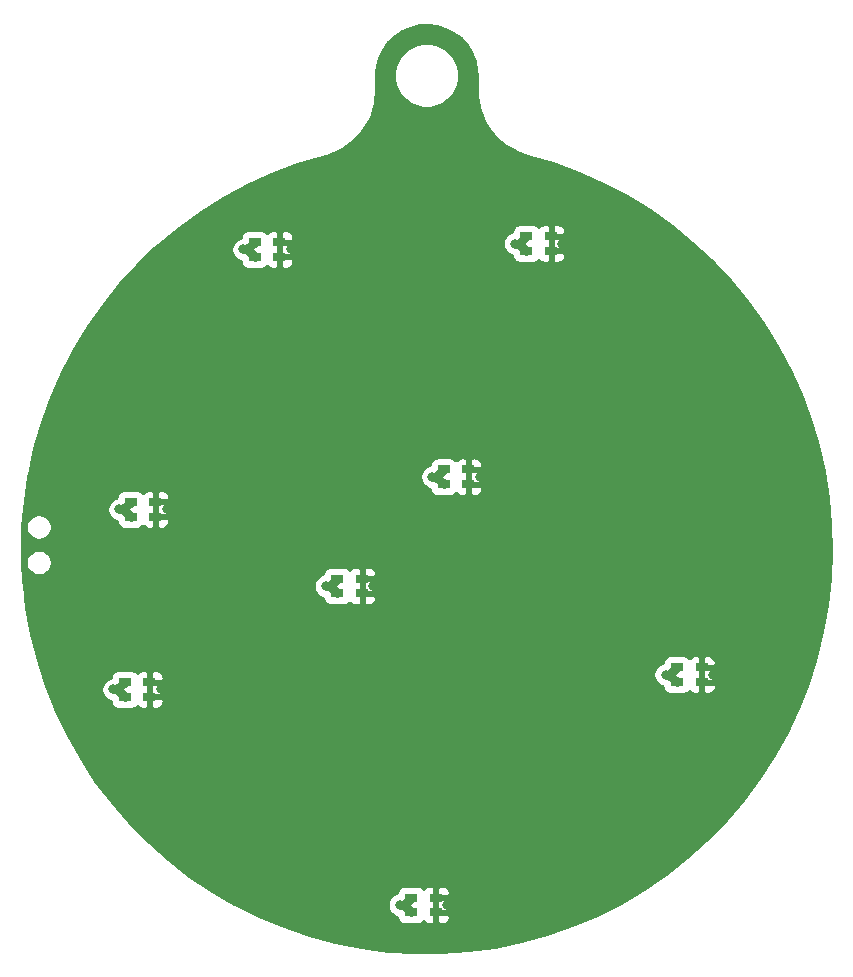
<source format=gbr>
%TF.GenerationSoftware,KiCad,Pcbnew,(5.1.10)-1*%
%TF.CreationDate,2021-10-20T07:50:51+02:00*%
%TF.ProjectId,TVZ_kuglica,54565a5f-6b75-4676-9c69-63612e6b6963,rev?*%
%TF.SameCoordinates,Original*%
%TF.FileFunction,Copper,L1,Top*%
%TF.FilePolarity,Positive*%
%FSLAX46Y46*%
G04 Gerber Fmt 4.6, Leading zero omitted, Abs format (unit mm)*
G04 Created by KiCad (PCBNEW (5.1.10)-1) date 2021-10-20 07:50:51*
%MOMM*%
%LPD*%
G01*
G04 APERTURE LIST*
%TA.AperFunction,SMDPad,CuDef*%
%ADD10R,1.100000X0.750000*%
%TD*%
%TA.AperFunction,ViaPad*%
%ADD11C,0.800000*%
%TD*%
%TA.AperFunction,Conductor*%
%ADD12C,0.762000*%
%TD*%
%TA.AperFunction,Conductor*%
%ADD13C,0.254000*%
%TD*%
%TA.AperFunction,Conductor*%
%ADD14C,0.100000*%
%TD*%
G04 APERTURE END LIST*
D10*
%TO.P,D1,1*%
%TO.N,Net-(D1-Pad1)*%
X111950000Y-96125000D03*
%TO.P,D1,2*%
%TO.N,GND*%
X114050000Y-96125000D03*
%TO.P,D1,1*%
%TO.N,Net-(D1-Pad1)*%
X111950000Y-97375000D03*
%TO.P,D1,2*%
%TO.N,GND*%
X114050000Y-97375000D03*
%TD*%
%TO.P,D2,2*%
%TO.N,GND*%
X124550000Y-75375000D03*
%TO.P,D2,1*%
%TO.N,Net-(D2-Pad1)*%
X122450000Y-75375000D03*
%TO.P,D2,2*%
%TO.N,GND*%
X124550000Y-74125000D03*
%TO.P,D2,1*%
%TO.N,Net-(D2-Pad1)*%
X122450000Y-74125000D03*
%TD*%
%TO.P,D3,1*%
%TO.N,Net-(D3-Pad1)*%
X145450000Y-73625000D03*
%TO.P,D3,2*%
%TO.N,GND*%
X147550000Y-73625000D03*
%TO.P,D3,1*%
%TO.N,Net-(D3-Pad1)*%
X145450000Y-74875000D03*
%TO.P,D3,2*%
%TO.N,GND*%
X147550000Y-74875000D03*
%TD*%
%TO.P,D4,2*%
%TO.N,GND*%
X131550000Y-103875000D03*
%TO.P,D4,1*%
%TO.N,Net-(D4-Pad1)*%
X129450000Y-103875000D03*
%TO.P,D4,2*%
%TO.N,GND*%
X131550000Y-102625000D03*
%TO.P,D4,1*%
%TO.N,Net-(D4-Pad1)*%
X129450000Y-102625000D03*
%TD*%
%TO.P,D5,1*%
%TO.N,Net-(D5-Pad1)*%
X111450000Y-111375000D03*
%TO.P,D5,2*%
%TO.N,GND*%
X113550000Y-111375000D03*
%TO.P,D5,1*%
%TO.N,Net-(D5-Pad1)*%
X111450000Y-112625000D03*
%TO.P,D5,2*%
%TO.N,GND*%
X113550000Y-112625000D03*
%TD*%
%TO.P,D8,2*%
%TO.N,GND*%
X160300000Y-111375000D03*
%TO.P,D8,1*%
%TO.N,Net-(D8-Pad1)*%
X158200000Y-111375000D03*
%TO.P,D8,2*%
%TO.N,GND*%
X160300000Y-110125000D03*
%TO.P,D8,1*%
%TO.N,Net-(D8-Pad1)*%
X158200000Y-110125000D03*
%TD*%
%TO.P,D7,1*%
%TO.N,Net-(D7-Pad1)*%
X135700000Y-129625000D03*
%TO.P,D7,2*%
%TO.N,GND*%
X137800000Y-129625000D03*
%TO.P,D7,1*%
%TO.N,Net-(D7-Pad1)*%
X135700000Y-130875000D03*
%TO.P,D7,2*%
%TO.N,GND*%
X137800000Y-130875000D03*
%TD*%
%TO.P,D11,1*%
%TO.N,Net-(D11-Pad1)*%
X138450000Y-93375000D03*
%TO.P,D11,2*%
%TO.N,GND*%
X140550000Y-93375000D03*
%TO.P,D11,1*%
%TO.N,Net-(D11-Pad1)*%
X138450000Y-94625000D03*
%TO.P,D11,2*%
%TO.N,GND*%
X140550000Y-94625000D03*
%TD*%
D11*
%TO.N,Net-(D1-Pad1)*%
X111000000Y-96750000D03*
%TO.N,GND*%
X159750000Y-80500000D03*
X143500000Y-79750000D03*
X131000000Y-75500000D03*
X117500000Y-87250000D03*
X117750000Y-102250000D03*
X125500000Y-92750000D03*
X144000000Y-98000000D03*
X157500000Y-91000000D03*
X165000000Y-102500000D03*
X149000000Y-105250000D03*
X114750000Y-107500000D03*
X113000000Y-117500000D03*
X126750000Y-113750000D03*
X161500000Y-115500000D03*
X151250000Y-129250000D03*
X121750000Y-128500000D03*
X136500000Y-132500000D03*
X148500000Y-74250000D03*
X125500000Y-74750000D03*
X115000000Y-96750000D03*
X132500000Y-103250000D03*
X114500000Y-112000000D03*
X138750000Y-130250000D03*
X161250000Y-110750000D03*
X141500000Y-94000000D03*
%TO.N,Net-(D2-Pad1)*%
X121500000Y-74750000D03*
%TO.N,Net-(D3-Pad1)*%
X144500000Y-74250000D03*
%TO.N,Net-(D4-Pad1)*%
X128500000Y-103250000D03*
%TO.N,Net-(D5-Pad1)*%
X110500000Y-112000000D03*
%TO.N,Net-(D7-Pad1)*%
X134750000Y-130250000D03*
%TO.N,Net-(D8-Pad1)*%
X157250000Y-110750000D03*
%TO.N,Net-(D11-Pad1)*%
X137500000Y-94000000D03*
%TD*%
D12*
%TO.N,Net-(D1-Pad1)*%
X111325000Y-96750000D02*
X111950000Y-96125000D01*
X111325000Y-96750000D02*
X111950000Y-97375000D01*
X111000000Y-96750000D02*
X111325000Y-96750000D01*
%TO.N,Net-(D2-Pad1)*%
X121825000Y-74750000D02*
X122450000Y-74125000D01*
X121825000Y-74750000D02*
X122450000Y-75375000D01*
X121500000Y-74750000D02*
X121825000Y-74750000D01*
%TO.N,Net-(D3-Pad1)*%
X144825000Y-74250000D02*
X145450000Y-73625000D01*
X144825000Y-74250000D02*
X145450000Y-74875000D01*
X144500000Y-74250000D02*
X144825000Y-74250000D01*
%TO.N,Net-(D4-Pad1)*%
X128825000Y-103250000D02*
X129450000Y-102625000D01*
X128825000Y-103250000D02*
X129450000Y-103875000D01*
X128500000Y-103250000D02*
X128825000Y-103250000D01*
%TO.N,Net-(D5-Pad1)*%
X110825000Y-112000000D02*
X111450000Y-111375000D01*
X110825000Y-112000000D02*
X111450000Y-112625000D01*
X110500000Y-112000000D02*
X110825000Y-112000000D01*
%TO.N,Net-(D7-Pad1)*%
X135075000Y-130250000D02*
X135700000Y-129625000D01*
X135075000Y-130250000D02*
X135700000Y-130875000D01*
X134750000Y-130250000D02*
X135075000Y-130250000D01*
%TO.N,Net-(D8-Pad1)*%
X157575000Y-110750000D02*
X158200000Y-110125000D01*
X157575000Y-110750000D02*
X158200000Y-111375000D01*
X157250000Y-110750000D02*
X157575000Y-110750000D01*
%TO.N,Net-(D11-Pad1)*%
X137825000Y-94000000D02*
X138450000Y-93375000D01*
X137825000Y-94000000D02*
X138450000Y-94625000D01*
X137500000Y-94000000D02*
X137825000Y-94000000D01*
%TD*%
D13*
%TO.N,GND*%
X137886138Y-55831059D02*
X138610388Y-56053867D01*
X139283738Y-56401409D01*
X139884901Y-56862699D01*
X140394872Y-57423149D01*
X140797540Y-58065057D01*
X141080170Y-58768122D01*
X141236190Y-59521513D01*
X141265000Y-60021169D01*
X141265001Y-61306272D01*
X141266298Y-61319440D01*
X141278413Y-61656049D01*
X141278863Y-61659632D01*
X141278707Y-61663242D01*
X141287438Y-61747410D01*
X141429908Y-62624862D01*
X141435629Y-62647269D01*
X141438736Y-62670183D01*
X141462234Y-62751474D01*
X141757835Y-63589830D01*
X141767433Y-63610870D01*
X141774549Y-63632871D01*
X141812059Y-63708691D01*
X141812071Y-63708717D01*
X141812077Y-63708725D01*
X142251461Y-64481476D01*
X142264630Y-64500478D01*
X142275533Y-64520879D01*
X142325894Y-64588881D01*
X142895182Y-65271616D01*
X142911512Y-65287990D01*
X142925851Y-65306132D01*
X142987458Y-65364142D01*
X143668651Y-65935276D01*
X143687625Y-65948502D01*
X143704950Y-65963817D01*
X143775855Y-66010000D01*
X144547423Y-66451478D01*
X144568436Y-66461133D01*
X144588200Y-66473139D01*
X144666163Y-66506036D01*
X145503715Y-66803905D01*
X145508021Y-66805017D01*
X145525587Y-66811299D01*
X145542755Y-66816572D01*
X147746053Y-67464098D01*
X149878711Y-68247813D01*
X151954729Y-69171140D01*
X153965017Y-70230036D01*
X155900673Y-71419812D01*
X157753239Y-72735268D01*
X159514561Y-74170616D01*
X161176886Y-75719540D01*
X162732884Y-77375207D01*
X164175738Y-79130360D01*
X165499106Y-80977290D01*
X166697162Y-82907865D01*
X167764630Y-84913581D01*
X168696830Y-86985643D01*
X169489658Y-89114933D01*
X170139624Y-91292080D01*
X170643873Y-93507517D01*
X171000188Y-95751501D01*
X171207004Y-98014175D01*
X171263407Y-100285560D01*
X171169153Y-102555700D01*
X170924654Y-104814605D01*
X170530986Y-107052337D01*
X169989882Y-109259064D01*
X169303718Y-111425077D01*
X168475512Y-113540851D01*
X167508906Y-115597090D01*
X166408155Y-117584736D01*
X165178083Y-119495080D01*
X163824120Y-121319689D01*
X162352204Y-123050560D01*
X160768823Y-124680064D01*
X159080926Y-126201055D01*
X157295931Y-127606843D01*
X155421695Y-128891239D01*
X153466456Y-130048599D01*
X151438820Y-131073832D01*
X149347702Y-131962428D01*
X147202263Y-132710493D01*
X145011999Y-133314718D01*
X142786467Y-133772464D01*
X140535523Y-134081705D01*
X138269022Y-134241089D01*
X135996953Y-134249911D01*
X133729262Y-134108134D01*
X131475992Y-133816385D01*
X129246983Y-133375938D01*
X127052076Y-132788738D01*
X124900917Y-132057366D01*
X122802939Y-131185029D01*
X120767401Y-130175574D01*
X120720087Y-130148061D01*
X133715000Y-130148061D01*
X133715000Y-130351939D01*
X133754774Y-130551898D01*
X133832795Y-130740256D01*
X133946063Y-130909774D01*
X134090226Y-131053937D01*
X134259744Y-131167205D01*
X134448102Y-131245226D01*
X134512724Y-131258080D01*
X134524188Y-131374482D01*
X134560498Y-131494180D01*
X134619463Y-131604494D01*
X134698815Y-131701185D01*
X134795506Y-131780537D01*
X134905820Y-131839502D01*
X135025518Y-131875812D01*
X135150000Y-131888072D01*
X135620375Y-131888072D01*
X135699999Y-131895914D01*
X135779623Y-131888072D01*
X136250000Y-131888072D01*
X136374482Y-131875812D01*
X136494180Y-131839502D01*
X136604494Y-131780537D01*
X136701185Y-131701185D01*
X136750000Y-131641704D01*
X136798815Y-131701185D01*
X136895506Y-131780537D01*
X137005820Y-131839502D01*
X137125518Y-131875812D01*
X137250000Y-131888072D01*
X137514250Y-131885000D01*
X137673000Y-131726250D01*
X137673000Y-131002000D01*
X137927000Y-131002000D01*
X137927000Y-131726250D01*
X138085750Y-131885000D01*
X138350000Y-131888072D01*
X138474482Y-131875812D01*
X138594180Y-131839502D01*
X138704494Y-131780537D01*
X138801185Y-131701185D01*
X138880537Y-131604494D01*
X138939502Y-131494180D01*
X138975812Y-131374482D01*
X138988072Y-131250000D01*
X138985000Y-131160750D01*
X138826250Y-131002000D01*
X137927000Y-131002000D01*
X137673000Y-131002000D01*
X137653000Y-131002000D01*
X137653000Y-130748000D01*
X137673000Y-130748000D01*
X137673000Y-129752000D01*
X137927000Y-129752000D01*
X137927000Y-130748000D01*
X138826250Y-130748000D01*
X138985000Y-130589250D01*
X138988072Y-130500000D01*
X138975812Y-130375518D01*
X138939502Y-130255820D01*
X138936391Y-130250000D01*
X138939502Y-130244180D01*
X138975812Y-130124482D01*
X138988072Y-130000000D01*
X138985000Y-129910750D01*
X138826250Y-129752000D01*
X137927000Y-129752000D01*
X137673000Y-129752000D01*
X137653000Y-129752000D01*
X137653000Y-129498000D01*
X137673000Y-129498000D01*
X137673000Y-128773750D01*
X137927000Y-128773750D01*
X137927000Y-129498000D01*
X138826250Y-129498000D01*
X138985000Y-129339250D01*
X138988072Y-129250000D01*
X138975812Y-129125518D01*
X138939502Y-129005820D01*
X138880537Y-128895506D01*
X138801185Y-128798815D01*
X138704494Y-128719463D01*
X138594180Y-128660498D01*
X138474482Y-128624188D01*
X138350000Y-128611928D01*
X138085750Y-128615000D01*
X137927000Y-128773750D01*
X137673000Y-128773750D01*
X137514250Y-128615000D01*
X137250000Y-128611928D01*
X137125518Y-128624188D01*
X137005820Y-128660498D01*
X136895506Y-128719463D01*
X136798815Y-128798815D01*
X136750000Y-128858296D01*
X136701185Y-128798815D01*
X136604494Y-128719463D01*
X136494180Y-128660498D01*
X136374482Y-128624188D01*
X136250000Y-128611928D01*
X135779623Y-128611928D01*
X135699999Y-128604086D01*
X135620375Y-128611928D01*
X135150000Y-128611928D01*
X135025518Y-128624188D01*
X134905820Y-128660498D01*
X134795506Y-128719463D01*
X134698815Y-128798815D01*
X134619463Y-128895506D01*
X134560498Y-129005820D01*
X134524188Y-129125518D01*
X134512724Y-129241920D01*
X134448102Y-129254774D01*
X134259744Y-129332795D01*
X134090226Y-129446063D01*
X133946063Y-129590226D01*
X133832795Y-129759744D01*
X133754774Y-129948102D01*
X133715000Y-130148061D01*
X120720087Y-130148061D01*
X118803237Y-129033435D01*
X116919085Y-127763634D01*
X115123223Y-126371749D01*
X113423564Y-124863914D01*
X111827572Y-123246751D01*
X110342263Y-121527368D01*
X108974171Y-119713331D01*
X107729304Y-117812605D01*
X106613144Y-115833557D01*
X105630601Y-113784897D01*
X104875062Y-111898061D01*
X109465000Y-111898061D01*
X109465000Y-112101939D01*
X109504774Y-112301898D01*
X109582795Y-112490256D01*
X109696063Y-112659774D01*
X109840226Y-112803937D01*
X110009744Y-112917205D01*
X110198102Y-112995226D01*
X110262724Y-113008080D01*
X110274188Y-113124482D01*
X110310498Y-113244180D01*
X110369463Y-113354494D01*
X110448815Y-113451185D01*
X110545506Y-113530537D01*
X110655820Y-113589502D01*
X110775518Y-113625812D01*
X110900000Y-113638072D01*
X111370375Y-113638072D01*
X111449999Y-113645914D01*
X111529623Y-113638072D01*
X112000000Y-113638072D01*
X112124482Y-113625812D01*
X112244180Y-113589502D01*
X112354494Y-113530537D01*
X112451185Y-113451185D01*
X112500000Y-113391704D01*
X112548815Y-113451185D01*
X112645506Y-113530537D01*
X112755820Y-113589502D01*
X112875518Y-113625812D01*
X113000000Y-113638072D01*
X113264250Y-113635000D01*
X113423000Y-113476250D01*
X113423000Y-112752000D01*
X113677000Y-112752000D01*
X113677000Y-113476250D01*
X113835750Y-113635000D01*
X114100000Y-113638072D01*
X114224482Y-113625812D01*
X114344180Y-113589502D01*
X114454494Y-113530537D01*
X114551185Y-113451185D01*
X114630537Y-113354494D01*
X114689502Y-113244180D01*
X114725812Y-113124482D01*
X114738072Y-113000000D01*
X114735000Y-112910750D01*
X114576250Y-112752000D01*
X113677000Y-112752000D01*
X113423000Y-112752000D01*
X113403000Y-112752000D01*
X113403000Y-112498000D01*
X113423000Y-112498000D01*
X113423000Y-111502000D01*
X113677000Y-111502000D01*
X113677000Y-112498000D01*
X114576250Y-112498000D01*
X114735000Y-112339250D01*
X114738072Y-112250000D01*
X114725812Y-112125518D01*
X114689502Y-112005820D01*
X114686391Y-112000000D01*
X114689502Y-111994180D01*
X114725812Y-111874482D01*
X114738072Y-111750000D01*
X114735000Y-111660750D01*
X114576250Y-111502000D01*
X113677000Y-111502000D01*
X113423000Y-111502000D01*
X113403000Y-111502000D01*
X113403000Y-111248000D01*
X113423000Y-111248000D01*
X113423000Y-110523750D01*
X113677000Y-110523750D01*
X113677000Y-111248000D01*
X114576250Y-111248000D01*
X114735000Y-111089250D01*
X114738072Y-111000000D01*
X114725812Y-110875518D01*
X114689502Y-110755820D01*
X114631903Y-110648061D01*
X156215000Y-110648061D01*
X156215000Y-110851939D01*
X156254774Y-111051898D01*
X156332795Y-111240256D01*
X156446063Y-111409774D01*
X156590226Y-111553937D01*
X156759744Y-111667205D01*
X156948102Y-111745226D01*
X157012724Y-111758080D01*
X157024188Y-111874482D01*
X157060498Y-111994180D01*
X157119463Y-112104494D01*
X157198815Y-112201185D01*
X157295506Y-112280537D01*
X157405820Y-112339502D01*
X157525518Y-112375812D01*
X157650000Y-112388072D01*
X158120375Y-112388072D01*
X158199999Y-112395914D01*
X158279623Y-112388072D01*
X158750000Y-112388072D01*
X158874482Y-112375812D01*
X158994180Y-112339502D01*
X159104494Y-112280537D01*
X159201185Y-112201185D01*
X159250000Y-112141704D01*
X159298815Y-112201185D01*
X159395506Y-112280537D01*
X159505820Y-112339502D01*
X159625518Y-112375812D01*
X159750000Y-112388072D01*
X160014250Y-112385000D01*
X160173000Y-112226250D01*
X160173000Y-111502000D01*
X160427000Y-111502000D01*
X160427000Y-112226250D01*
X160585750Y-112385000D01*
X160850000Y-112388072D01*
X160974482Y-112375812D01*
X161094180Y-112339502D01*
X161204494Y-112280537D01*
X161301185Y-112201185D01*
X161380537Y-112104494D01*
X161439502Y-111994180D01*
X161475812Y-111874482D01*
X161488072Y-111750000D01*
X161485000Y-111660750D01*
X161326250Y-111502000D01*
X160427000Y-111502000D01*
X160173000Y-111502000D01*
X160153000Y-111502000D01*
X160153000Y-111248000D01*
X160173000Y-111248000D01*
X160173000Y-110252000D01*
X160427000Y-110252000D01*
X160427000Y-111248000D01*
X161326250Y-111248000D01*
X161485000Y-111089250D01*
X161488072Y-111000000D01*
X161475812Y-110875518D01*
X161439502Y-110755820D01*
X161436391Y-110750000D01*
X161439502Y-110744180D01*
X161475812Y-110624482D01*
X161488072Y-110500000D01*
X161485000Y-110410750D01*
X161326250Y-110252000D01*
X160427000Y-110252000D01*
X160173000Y-110252000D01*
X160153000Y-110252000D01*
X160153000Y-109998000D01*
X160173000Y-109998000D01*
X160173000Y-109273750D01*
X160427000Y-109273750D01*
X160427000Y-109998000D01*
X161326250Y-109998000D01*
X161485000Y-109839250D01*
X161488072Y-109750000D01*
X161475812Y-109625518D01*
X161439502Y-109505820D01*
X161380537Y-109395506D01*
X161301185Y-109298815D01*
X161204494Y-109219463D01*
X161094180Y-109160498D01*
X160974482Y-109124188D01*
X160850000Y-109111928D01*
X160585750Y-109115000D01*
X160427000Y-109273750D01*
X160173000Y-109273750D01*
X160014250Y-109115000D01*
X159750000Y-109111928D01*
X159625518Y-109124188D01*
X159505820Y-109160498D01*
X159395506Y-109219463D01*
X159298815Y-109298815D01*
X159250000Y-109358296D01*
X159201185Y-109298815D01*
X159104494Y-109219463D01*
X158994180Y-109160498D01*
X158874482Y-109124188D01*
X158750000Y-109111928D01*
X158279623Y-109111928D01*
X158199999Y-109104086D01*
X158120375Y-109111928D01*
X157650000Y-109111928D01*
X157525518Y-109124188D01*
X157405820Y-109160498D01*
X157295506Y-109219463D01*
X157198815Y-109298815D01*
X157119463Y-109395506D01*
X157060498Y-109505820D01*
X157024188Y-109625518D01*
X157012724Y-109741920D01*
X156948102Y-109754774D01*
X156759744Y-109832795D01*
X156590226Y-109946063D01*
X156446063Y-110090226D01*
X156332795Y-110259744D01*
X156254774Y-110448102D01*
X156215000Y-110648061D01*
X114631903Y-110648061D01*
X114630537Y-110645506D01*
X114551185Y-110548815D01*
X114454494Y-110469463D01*
X114344180Y-110410498D01*
X114224482Y-110374188D01*
X114100000Y-110361928D01*
X113835750Y-110365000D01*
X113677000Y-110523750D01*
X113423000Y-110523750D01*
X113264250Y-110365000D01*
X113000000Y-110361928D01*
X112875518Y-110374188D01*
X112755820Y-110410498D01*
X112645506Y-110469463D01*
X112548815Y-110548815D01*
X112500000Y-110608296D01*
X112451185Y-110548815D01*
X112354494Y-110469463D01*
X112244180Y-110410498D01*
X112124482Y-110374188D01*
X112000000Y-110361928D01*
X111529623Y-110361928D01*
X111449999Y-110354086D01*
X111370375Y-110361928D01*
X110900000Y-110361928D01*
X110775518Y-110374188D01*
X110655820Y-110410498D01*
X110545506Y-110469463D01*
X110448815Y-110548815D01*
X110369463Y-110645506D01*
X110310498Y-110755820D01*
X110274188Y-110875518D01*
X110262724Y-110991920D01*
X110198102Y-111004774D01*
X110009744Y-111082795D01*
X109840226Y-111196063D01*
X109696063Y-111340226D01*
X109582795Y-111509744D01*
X109504774Y-111698102D01*
X109465000Y-111898061D01*
X104875062Y-111898061D01*
X104785986Y-111675609D01*
X104083026Y-109515005D01*
X103524797Y-107312547D01*
X103113763Y-105077935D01*
X102889701Y-103148061D01*
X127465000Y-103148061D01*
X127465000Y-103351939D01*
X127504774Y-103551898D01*
X127582795Y-103740256D01*
X127696063Y-103909774D01*
X127840226Y-104053937D01*
X128009744Y-104167205D01*
X128198102Y-104245226D01*
X128262724Y-104258080D01*
X128274188Y-104374482D01*
X128310498Y-104494180D01*
X128369463Y-104604494D01*
X128448815Y-104701185D01*
X128545506Y-104780537D01*
X128655820Y-104839502D01*
X128775518Y-104875812D01*
X128900000Y-104888072D01*
X129370375Y-104888072D01*
X129449999Y-104895914D01*
X129529623Y-104888072D01*
X130000000Y-104888072D01*
X130124482Y-104875812D01*
X130244180Y-104839502D01*
X130354494Y-104780537D01*
X130451185Y-104701185D01*
X130500000Y-104641704D01*
X130548815Y-104701185D01*
X130645506Y-104780537D01*
X130755820Y-104839502D01*
X130875518Y-104875812D01*
X131000000Y-104888072D01*
X131264250Y-104885000D01*
X131423000Y-104726250D01*
X131423000Y-104002000D01*
X131677000Y-104002000D01*
X131677000Y-104726250D01*
X131835750Y-104885000D01*
X132100000Y-104888072D01*
X132224482Y-104875812D01*
X132344180Y-104839502D01*
X132454494Y-104780537D01*
X132551185Y-104701185D01*
X132630537Y-104604494D01*
X132689502Y-104494180D01*
X132725812Y-104374482D01*
X132738072Y-104250000D01*
X132735000Y-104160750D01*
X132576250Y-104002000D01*
X131677000Y-104002000D01*
X131423000Y-104002000D01*
X131403000Y-104002000D01*
X131403000Y-103748000D01*
X131423000Y-103748000D01*
X131423000Y-102752000D01*
X131677000Y-102752000D01*
X131677000Y-103748000D01*
X132576250Y-103748000D01*
X132735000Y-103589250D01*
X132738072Y-103500000D01*
X132725812Y-103375518D01*
X132689502Y-103255820D01*
X132686391Y-103250000D01*
X132689502Y-103244180D01*
X132725812Y-103124482D01*
X132738072Y-103000000D01*
X132735000Y-102910750D01*
X132576250Y-102752000D01*
X131677000Y-102752000D01*
X131423000Y-102752000D01*
X131403000Y-102752000D01*
X131403000Y-102498000D01*
X131423000Y-102498000D01*
X131423000Y-101773750D01*
X131677000Y-101773750D01*
X131677000Y-102498000D01*
X132576250Y-102498000D01*
X132735000Y-102339250D01*
X132738072Y-102250000D01*
X132725812Y-102125518D01*
X132689502Y-102005820D01*
X132630537Y-101895506D01*
X132551185Y-101798815D01*
X132454494Y-101719463D01*
X132344180Y-101660498D01*
X132224482Y-101624188D01*
X132100000Y-101611928D01*
X131835750Y-101615000D01*
X131677000Y-101773750D01*
X131423000Y-101773750D01*
X131264250Y-101615000D01*
X131000000Y-101611928D01*
X130875518Y-101624188D01*
X130755820Y-101660498D01*
X130645506Y-101719463D01*
X130548815Y-101798815D01*
X130500000Y-101858296D01*
X130451185Y-101798815D01*
X130354494Y-101719463D01*
X130244180Y-101660498D01*
X130124482Y-101624188D01*
X130000000Y-101611928D01*
X129529623Y-101611928D01*
X129449999Y-101604086D01*
X129370375Y-101611928D01*
X128900000Y-101611928D01*
X128775518Y-101624188D01*
X128655820Y-101660498D01*
X128545506Y-101719463D01*
X128448815Y-101798815D01*
X128369463Y-101895506D01*
X128310498Y-102005820D01*
X128274188Y-102125518D01*
X128262724Y-102241920D01*
X128198102Y-102254774D01*
X128009744Y-102332795D01*
X127840226Y-102446063D01*
X127696063Y-102590226D01*
X127582795Y-102759744D01*
X127504774Y-102948102D01*
X127465000Y-103148061D01*
X102889701Y-103148061D01*
X102851726Y-102820985D01*
X102769006Y-101143137D01*
X103085000Y-101143137D01*
X103085000Y-101356863D01*
X103126696Y-101566483D01*
X103208485Y-101763940D01*
X103327225Y-101941647D01*
X103478353Y-102092775D01*
X103656060Y-102211515D01*
X103853517Y-102293304D01*
X104063137Y-102335000D01*
X104276863Y-102335000D01*
X104486483Y-102293304D01*
X104683940Y-102211515D01*
X104861647Y-102092775D01*
X105012775Y-101941647D01*
X105131515Y-101763940D01*
X105213304Y-101566483D01*
X105255000Y-101356863D01*
X105255000Y-101143137D01*
X105213304Y-100933517D01*
X105131515Y-100736060D01*
X105012775Y-100558353D01*
X104861647Y-100407225D01*
X104683940Y-100288485D01*
X104486483Y-100206696D01*
X104276863Y-100165000D01*
X104063137Y-100165000D01*
X103853517Y-100206696D01*
X103656060Y-100288485D01*
X103478353Y-100407225D01*
X103327225Y-100558353D01*
X103208485Y-100736060D01*
X103126696Y-100933517D01*
X103085000Y-101143137D01*
X102769006Y-101143137D01*
X102739845Y-100551658D01*
X102778607Y-98279882D01*
X102790035Y-98143137D01*
X103085000Y-98143137D01*
X103085000Y-98356863D01*
X103126696Y-98566483D01*
X103208485Y-98763940D01*
X103327225Y-98941647D01*
X103478353Y-99092775D01*
X103656060Y-99211515D01*
X103853517Y-99293304D01*
X104063137Y-99335000D01*
X104276863Y-99335000D01*
X104486483Y-99293304D01*
X104683940Y-99211515D01*
X104861647Y-99092775D01*
X105012775Y-98941647D01*
X105131515Y-98763940D01*
X105213304Y-98566483D01*
X105255000Y-98356863D01*
X105255000Y-98143137D01*
X105213304Y-97933517D01*
X105131515Y-97736060D01*
X105012775Y-97558353D01*
X104861647Y-97407225D01*
X104683940Y-97288485D01*
X104486483Y-97206696D01*
X104276863Y-97165000D01*
X104063137Y-97165000D01*
X103853517Y-97206696D01*
X103656060Y-97288485D01*
X103478353Y-97407225D01*
X103327225Y-97558353D01*
X103208485Y-97736060D01*
X103126696Y-97933517D01*
X103085000Y-98143137D01*
X102790035Y-98143137D01*
X102914989Y-96648061D01*
X109965000Y-96648061D01*
X109965000Y-96851939D01*
X110004774Y-97051898D01*
X110082795Y-97240256D01*
X110196063Y-97409774D01*
X110340226Y-97553937D01*
X110509744Y-97667205D01*
X110698102Y-97745226D01*
X110762724Y-97758080D01*
X110774188Y-97874482D01*
X110810498Y-97994180D01*
X110869463Y-98104494D01*
X110948815Y-98201185D01*
X111045506Y-98280537D01*
X111155820Y-98339502D01*
X111275518Y-98375812D01*
X111400000Y-98388072D01*
X111870375Y-98388072D01*
X111949999Y-98395914D01*
X112029623Y-98388072D01*
X112500000Y-98388072D01*
X112624482Y-98375812D01*
X112744180Y-98339502D01*
X112854494Y-98280537D01*
X112951185Y-98201185D01*
X113000000Y-98141704D01*
X113048815Y-98201185D01*
X113145506Y-98280537D01*
X113255820Y-98339502D01*
X113375518Y-98375812D01*
X113500000Y-98388072D01*
X113764250Y-98385000D01*
X113923000Y-98226250D01*
X113923000Y-97502000D01*
X114177000Y-97502000D01*
X114177000Y-98226250D01*
X114335750Y-98385000D01*
X114600000Y-98388072D01*
X114724482Y-98375812D01*
X114844180Y-98339502D01*
X114954494Y-98280537D01*
X115051185Y-98201185D01*
X115130537Y-98104494D01*
X115189502Y-97994180D01*
X115225812Y-97874482D01*
X115238072Y-97750000D01*
X115235000Y-97660750D01*
X115076250Y-97502000D01*
X114177000Y-97502000D01*
X113923000Y-97502000D01*
X113903000Y-97502000D01*
X113903000Y-97248000D01*
X113923000Y-97248000D01*
X113923000Y-96252000D01*
X114177000Y-96252000D01*
X114177000Y-97248000D01*
X115076250Y-97248000D01*
X115235000Y-97089250D01*
X115238072Y-97000000D01*
X115225812Y-96875518D01*
X115189502Y-96755820D01*
X115186391Y-96750000D01*
X115189502Y-96744180D01*
X115225812Y-96624482D01*
X115238072Y-96500000D01*
X115235000Y-96410750D01*
X115076250Y-96252000D01*
X114177000Y-96252000D01*
X113923000Y-96252000D01*
X113903000Y-96252000D01*
X113903000Y-95998000D01*
X113923000Y-95998000D01*
X113923000Y-95273750D01*
X114177000Y-95273750D01*
X114177000Y-95998000D01*
X115076250Y-95998000D01*
X115235000Y-95839250D01*
X115238072Y-95750000D01*
X115225812Y-95625518D01*
X115189502Y-95505820D01*
X115130537Y-95395506D01*
X115051185Y-95298815D01*
X114954494Y-95219463D01*
X114844180Y-95160498D01*
X114724482Y-95124188D01*
X114600000Y-95111928D01*
X114335750Y-95115000D01*
X114177000Y-95273750D01*
X113923000Y-95273750D01*
X113764250Y-95115000D01*
X113500000Y-95111928D01*
X113375518Y-95124188D01*
X113255820Y-95160498D01*
X113145506Y-95219463D01*
X113048815Y-95298815D01*
X113000000Y-95358296D01*
X112951185Y-95298815D01*
X112854494Y-95219463D01*
X112744180Y-95160498D01*
X112624482Y-95124188D01*
X112500000Y-95111928D01*
X112029623Y-95111928D01*
X111949999Y-95104086D01*
X111870375Y-95111928D01*
X111400000Y-95111928D01*
X111275518Y-95124188D01*
X111155820Y-95160498D01*
X111045506Y-95219463D01*
X110948815Y-95298815D01*
X110869463Y-95395506D01*
X110810498Y-95505820D01*
X110774188Y-95625518D01*
X110762724Y-95741920D01*
X110698102Y-95754774D01*
X110509744Y-95832795D01*
X110340226Y-95946063D01*
X110196063Y-96090226D01*
X110082795Y-96259744D01*
X110004774Y-96448102D01*
X109965000Y-96648061D01*
X102914989Y-96648061D01*
X102967842Y-96015687D01*
X103287252Y-93898061D01*
X136465000Y-93898061D01*
X136465000Y-94101939D01*
X136504774Y-94301898D01*
X136582795Y-94490256D01*
X136696063Y-94659774D01*
X136840226Y-94803937D01*
X137009744Y-94917205D01*
X137198102Y-94995226D01*
X137262724Y-95008080D01*
X137274188Y-95124482D01*
X137310498Y-95244180D01*
X137369463Y-95354494D01*
X137448815Y-95451185D01*
X137545506Y-95530537D01*
X137655820Y-95589502D01*
X137775518Y-95625812D01*
X137900000Y-95638072D01*
X138370375Y-95638072D01*
X138449999Y-95645914D01*
X138529623Y-95638072D01*
X139000000Y-95638072D01*
X139124482Y-95625812D01*
X139244180Y-95589502D01*
X139354494Y-95530537D01*
X139451185Y-95451185D01*
X139500000Y-95391704D01*
X139548815Y-95451185D01*
X139645506Y-95530537D01*
X139755820Y-95589502D01*
X139875518Y-95625812D01*
X140000000Y-95638072D01*
X140264250Y-95635000D01*
X140423000Y-95476250D01*
X140423000Y-94752000D01*
X140677000Y-94752000D01*
X140677000Y-95476250D01*
X140835750Y-95635000D01*
X141100000Y-95638072D01*
X141224482Y-95625812D01*
X141344180Y-95589502D01*
X141454494Y-95530537D01*
X141551185Y-95451185D01*
X141630537Y-95354494D01*
X141689502Y-95244180D01*
X141725812Y-95124482D01*
X141738072Y-95000000D01*
X141735000Y-94910750D01*
X141576250Y-94752000D01*
X140677000Y-94752000D01*
X140423000Y-94752000D01*
X140403000Y-94752000D01*
X140403000Y-94498000D01*
X140423000Y-94498000D01*
X140423000Y-93502000D01*
X140677000Y-93502000D01*
X140677000Y-94498000D01*
X141576250Y-94498000D01*
X141735000Y-94339250D01*
X141738072Y-94250000D01*
X141725812Y-94125518D01*
X141689502Y-94005820D01*
X141686391Y-94000000D01*
X141689502Y-93994180D01*
X141725812Y-93874482D01*
X141738072Y-93750000D01*
X141735000Y-93660750D01*
X141576250Y-93502000D01*
X140677000Y-93502000D01*
X140423000Y-93502000D01*
X140403000Y-93502000D01*
X140403000Y-93248000D01*
X140423000Y-93248000D01*
X140423000Y-92523750D01*
X140677000Y-92523750D01*
X140677000Y-93248000D01*
X141576250Y-93248000D01*
X141735000Y-93089250D01*
X141738072Y-93000000D01*
X141725812Y-92875518D01*
X141689502Y-92755820D01*
X141630537Y-92645506D01*
X141551185Y-92548815D01*
X141454494Y-92469463D01*
X141344180Y-92410498D01*
X141224482Y-92374188D01*
X141100000Y-92361928D01*
X140835750Y-92365000D01*
X140677000Y-92523750D01*
X140423000Y-92523750D01*
X140264250Y-92365000D01*
X140000000Y-92361928D01*
X139875518Y-92374188D01*
X139755820Y-92410498D01*
X139645506Y-92469463D01*
X139548815Y-92548815D01*
X139500000Y-92608296D01*
X139451185Y-92548815D01*
X139354494Y-92469463D01*
X139244180Y-92410498D01*
X139124482Y-92374188D01*
X139000000Y-92361928D01*
X138529623Y-92361928D01*
X138449999Y-92354086D01*
X138370375Y-92361928D01*
X137900000Y-92361928D01*
X137775518Y-92374188D01*
X137655820Y-92410498D01*
X137545506Y-92469463D01*
X137448815Y-92548815D01*
X137369463Y-92645506D01*
X137310498Y-92755820D01*
X137274188Y-92875518D01*
X137262724Y-92991920D01*
X137198102Y-93004774D01*
X137009744Y-93082795D01*
X136840226Y-93196063D01*
X136696063Y-93340226D01*
X136582795Y-93509744D01*
X136504774Y-93698102D01*
X136465000Y-93898061D01*
X103287252Y-93898061D01*
X103306719Y-93768999D01*
X103793749Y-91549706D01*
X104426782Y-89367594D01*
X105203052Y-87232203D01*
X106119133Y-85152960D01*
X107170992Y-83139015D01*
X108354015Y-81199200D01*
X109663000Y-79342048D01*
X111092189Y-77575730D01*
X112635284Y-75908027D01*
X113966613Y-74648061D01*
X120465000Y-74648061D01*
X120465000Y-74851939D01*
X120504774Y-75051898D01*
X120582795Y-75240256D01*
X120696063Y-75409774D01*
X120840226Y-75553937D01*
X121009744Y-75667205D01*
X121198102Y-75745226D01*
X121262724Y-75758080D01*
X121274188Y-75874482D01*
X121310498Y-75994180D01*
X121369463Y-76104494D01*
X121448815Y-76201185D01*
X121545506Y-76280537D01*
X121655820Y-76339502D01*
X121775518Y-76375812D01*
X121900000Y-76388072D01*
X122370375Y-76388072D01*
X122449999Y-76395914D01*
X122529623Y-76388072D01*
X123000000Y-76388072D01*
X123124482Y-76375812D01*
X123244180Y-76339502D01*
X123354494Y-76280537D01*
X123451185Y-76201185D01*
X123500000Y-76141704D01*
X123548815Y-76201185D01*
X123645506Y-76280537D01*
X123755820Y-76339502D01*
X123875518Y-76375812D01*
X124000000Y-76388072D01*
X124264250Y-76385000D01*
X124423000Y-76226250D01*
X124423000Y-75502000D01*
X124677000Y-75502000D01*
X124677000Y-76226250D01*
X124835750Y-76385000D01*
X125100000Y-76388072D01*
X125224482Y-76375812D01*
X125344180Y-76339502D01*
X125454494Y-76280537D01*
X125551185Y-76201185D01*
X125630537Y-76104494D01*
X125689502Y-75994180D01*
X125725812Y-75874482D01*
X125738072Y-75750000D01*
X125735000Y-75660750D01*
X125576250Y-75502000D01*
X124677000Y-75502000D01*
X124423000Y-75502000D01*
X124403000Y-75502000D01*
X124403000Y-75248000D01*
X124423000Y-75248000D01*
X124423000Y-74252000D01*
X124677000Y-74252000D01*
X124677000Y-75248000D01*
X125576250Y-75248000D01*
X125735000Y-75089250D01*
X125738072Y-75000000D01*
X125725812Y-74875518D01*
X125689502Y-74755820D01*
X125686391Y-74750000D01*
X125689502Y-74744180D01*
X125725812Y-74624482D01*
X125738072Y-74500000D01*
X125735000Y-74410750D01*
X125576250Y-74252000D01*
X124677000Y-74252000D01*
X124423000Y-74252000D01*
X124403000Y-74252000D01*
X124403000Y-74148061D01*
X143465000Y-74148061D01*
X143465000Y-74351939D01*
X143504774Y-74551898D01*
X143582795Y-74740256D01*
X143696063Y-74909774D01*
X143840226Y-75053937D01*
X144009744Y-75167205D01*
X144198102Y-75245226D01*
X144262724Y-75258080D01*
X144274188Y-75374482D01*
X144310498Y-75494180D01*
X144369463Y-75604494D01*
X144448815Y-75701185D01*
X144545506Y-75780537D01*
X144655820Y-75839502D01*
X144775518Y-75875812D01*
X144900000Y-75888072D01*
X145370375Y-75888072D01*
X145449999Y-75895914D01*
X145529623Y-75888072D01*
X146000000Y-75888072D01*
X146124482Y-75875812D01*
X146244180Y-75839502D01*
X146354494Y-75780537D01*
X146451185Y-75701185D01*
X146500000Y-75641704D01*
X146548815Y-75701185D01*
X146645506Y-75780537D01*
X146755820Y-75839502D01*
X146875518Y-75875812D01*
X147000000Y-75888072D01*
X147264250Y-75885000D01*
X147423000Y-75726250D01*
X147423000Y-75002000D01*
X147677000Y-75002000D01*
X147677000Y-75726250D01*
X147835750Y-75885000D01*
X148100000Y-75888072D01*
X148224482Y-75875812D01*
X148344180Y-75839502D01*
X148454494Y-75780537D01*
X148551185Y-75701185D01*
X148630537Y-75604494D01*
X148689502Y-75494180D01*
X148725812Y-75374482D01*
X148738072Y-75250000D01*
X148735000Y-75160750D01*
X148576250Y-75002000D01*
X147677000Y-75002000D01*
X147423000Y-75002000D01*
X147403000Y-75002000D01*
X147403000Y-74748000D01*
X147423000Y-74748000D01*
X147423000Y-73752000D01*
X147677000Y-73752000D01*
X147677000Y-74748000D01*
X148576250Y-74748000D01*
X148735000Y-74589250D01*
X148738072Y-74500000D01*
X148725812Y-74375518D01*
X148689502Y-74255820D01*
X148686391Y-74250000D01*
X148689502Y-74244180D01*
X148725812Y-74124482D01*
X148738072Y-74000000D01*
X148735000Y-73910750D01*
X148576250Y-73752000D01*
X147677000Y-73752000D01*
X147423000Y-73752000D01*
X147403000Y-73752000D01*
X147403000Y-73498000D01*
X147423000Y-73498000D01*
X147423000Y-72773750D01*
X147677000Y-72773750D01*
X147677000Y-73498000D01*
X148576250Y-73498000D01*
X148735000Y-73339250D01*
X148738072Y-73250000D01*
X148725812Y-73125518D01*
X148689502Y-73005820D01*
X148630537Y-72895506D01*
X148551185Y-72798815D01*
X148454494Y-72719463D01*
X148344180Y-72660498D01*
X148224482Y-72624188D01*
X148100000Y-72611928D01*
X147835750Y-72615000D01*
X147677000Y-72773750D01*
X147423000Y-72773750D01*
X147264250Y-72615000D01*
X147000000Y-72611928D01*
X146875518Y-72624188D01*
X146755820Y-72660498D01*
X146645506Y-72719463D01*
X146548815Y-72798815D01*
X146500000Y-72858296D01*
X146451185Y-72798815D01*
X146354494Y-72719463D01*
X146244180Y-72660498D01*
X146124482Y-72624188D01*
X146000000Y-72611928D01*
X145529623Y-72611928D01*
X145449999Y-72604086D01*
X145370375Y-72611928D01*
X144900000Y-72611928D01*
X144775518Y-72624188D01*
X144655820Y-72660498D01*
X144545506Y-72719463D01*
X144448815Y-72798815D01*
X144369463Y-72895506D01*
X144310498Y-73005820D01*
X144274188Y-73125518D01*
X144262724Y-73241920D01*
X144198102Y-73254774D01*
X144009744Y-73332795D01*
X143840226Y-73446063D01*
X143696063Y-73590226D01*
X143582795Y-73759744D01*
X143504774Y-73948102D01*
X143465000Y-74148061D01*
X124403000Y-74148061D01*
X124403000Y-73998000D01*
X124423000Y-73998000D01*
X124423000Y-73273750D01*
X124677000Y-73273750D01*
X124677000Y-73998000D01*
X125576250Y-73998000D01*
X125735000Y-73839250D01*
X125738072Y-73750000D01*
X125725812Y-73625518D01*
X125689502Y-73505820D01*
X125630537Y-73395506D01*
X125551185Y-73298815D01*
X125454494Y-73219463D01*
X125344180Y-73160498D01*
X125224482Y-73124188D01*
X125100000Y-73111928D01*
X124835750Y-73115000D01*
X124677000Y-73273750D01*
X124423000Y-73273750D01*
X124264250Y-73115000D01*
X124000000Y-73111928D01*
X123875518Y-73124188D01*
X123755820Y-73160498D01*
X123645506Y-73219463D01*
X123548815Y-73298815D01*
X123500000Y-73358296D01*
X123451185Y-73298815D01*
X123354494Y-73219463D01*
X123244180Y-73160498D01*
X123124482Y-73124188D01*
X123000000Y-73111928D01*
X122529623Y-73111928D01*
X122449999Y-73104086D01*
X122370375Y-73111928D01*
X121900000Y-73111928D01*
X121775518Y-73124188D01*
X121655820Y-73160498D01*
X121545506Y-73219463D01*
X121448815Y-73298815D01*
X121369463Y-73395506D01*
X121310498Y-73505820D01*
X121274188Y-73625518D01*
X121262724Y-73741920D01*
X121198102Y-73754774D01*
X121009744Y-73832795D01*
X120840226Y-73946063D01*
X120696063Y-74090226D01*
X120582795Y-74259744D01*
X120504774Y-74448102D01*
X120465000Y-74648061D01*
X113966613Y-74648061D01*
X114285522Y-74346247D01*
X116035631Y-72897273D01*
X117877934Y-71567463D01*
X119804304Y-70362683D01*
X121806298Y-69288211D01*
X123875077Y-68348792D01*
X126001593Y-67548534D01*
X128186747Y-66887862D01*
X128436510Y-66822338D01*
X128452528Y-66817563D01*
X128459226Y-66815987D01*
X128804024Y-66713600D01*
X128807380Y-66712269D01*
X128810916Y-66711517D01*
X128890228Y-66682021D01*
X129704199Y-66324712D01*
X129724464Y-66313571D01*
X129745874Y-66304834D01*
X129818696Y-66261767D01*
X129818710Y-66261759D01*
X129818715Y-66261755D01*
X130556543Y-65765956D01*
X130574511Y-65751406D01*
X130594041Y-65739012D01*
X130658097Y-65683720D01*
X131296470Y-65065093D01*
X131311582Y-65047586D01*
X131328603Y-65031934D01*
X131381840Y-64966192D01*
X131381856Y-64966173D01*
X131381861Y-64966165D01*
X131900590Y-64244277D01*
X131912363Y-64224370D01*
X131926343Y-64205952D01*
X131967109Y-64131800D01*
X132349809Y-63329453D01*
X132357869Y-63307780D01*
X132368369Y-63287173D01*
X132395359Y-63206974D01*
X132629927Y-62349538D01*
X132634022Y-62326778D01*
X132640706Y-62304640D01*
X132653067Y-62220928D01*
X132731782Y-61338949D01*
X132735000Y-61306272D01*
X132735000Y-60032731D01*
X132762021Y-59729963D01*
X134258266Y-59729963D01*
X134258266Y-60270037D01*
X134363629Y-60799734D01*
X134570307Y-61298698D01*
X134870356Y-61747753D01*
X135252247Y-62129644D01*
X135701302Y-62429693D01*
X136200266Y-62636371D01*
X136729963Y-62741734D01*
X137270037Y-62741734D01*
X137799734Y-62636371D01*
X138298698Y-62429693D01*
X138747753Y-62129644D01*
X139129644Y-61747753D01*
X139429693Y-61298698D01*
X139636371Y-60799734D01*
X139741734Y-60270037D01*
X139741734Y-59729963D01*
X139636371Y-59200266D01*
X139429693Y-58701302D01*
X139129644Y-58252247D01*
X138747753Y-57870356D01*
X138298698Y-57570307D01*
X137799734Y-57363629D01*
X137270037Y-57258266D01*
X136729963Y-57258266D01*
X136200266Y-57363629D01*
X135701302Y-57570307D01*
X135252247Y-57870356D01*
X134870356Y-58252247D01*
X134570307Y-58701302D01*
X134363629Y-59200266D01*
X134258266Y-59729963D01*
X132762021Y-59729963D01*
X132805281Y-59245253D01*
X133005231Y-58514357D01*
X133331450Y-57830425D01*
X133773626Y-57215072D01*
X134317789Y-56687741D01*
X134946726Y-56265114D01*
X135640570Y-55960537D01*
X136377386Y-55783643D01*
X137133871Y-55740024D01*
X137886138Y-55831059D01*
%TA.AperFunction,Conductor*%
D14*
G36*
X137886138Y-55831059D02*
G01*
X138610388Y-56053867D01*
X139283738Y-56401409D01*
X139884901Y-56862699D01*
X140394872Y-57423149D01*
X140797540Y-58065057D01*
X141080170Y-58768122D01*
X141236190Y-59521513D01*
X141265000Y-60021169D01*
X141265001Y-61306272D01*
X141266298Y-61319440D01*
X141278413Y-61656049D01*
X141278863Y-61659632D01*
X141278707Y-61663242D01*
X141287438Y-61747410D01*
X141429908Y-62624862D01*
X141435629Y-62647269D01*
X141438736Y-62670183D01*
X141462234Y-62751474D01*
X141757835Y-63589830D01*
X141767433Y-63610870D01*
X141774549Y-63632871D01*
X141812059Y-63708691D01*
X141812071Y-63708717D01*
X141812077Y-63708725D01*
X142251461Y-64481476D01*
X142264630Y-64500478D01*
X142275533Y-64520879D01*
X142325894Y-64588881D01*
X142895182Y-65271616D01*
X142911512Y-65287990D01*
X142925851Y-65306132D01*
X142987458Y-65364142D01*
X143668651Y-65935276D01*
X143687625Y-65948502D01*
X143704950Y-65963817D01*
X143775855Y-66010000D01*
X144547423Y-66451478D01*
X144568436Y-66461133D01*
X144588200Y-66473139D01*
X144666163Y-66506036D01*
X145503715Y-66803905D01*
X145508021Y-66805017D01*
X145525587Y-66811299D01*
X145542755Y-66816572D01*
X147746053Y-67464098D01*
X149878711Y-68247813D01*
X151954729Y-69171140D01*
X153965017Y-70230036D01*
X155900673Y-71419812D01*
X157753239Y-72735268D01*
X159514561Y-74170616D01*
X161176886Y-75719540D01*
X162732884Y-77375207D01*
X164175738Y-79130360D01*
X165499106Y-80977290D01*
X166697162Y-82907865D01*
X167764630Y-84913581D01*
X168696830Y-86985643D01*
X169489658Y-89114933D01*
X170139624Y-91292080D01*
X170643873Y-93507517D01*
X171000188Y-95751501D01*
X171207004Y-98014175D01*
X171263407Y-100285560D01*
X171169153Y-102555700D01*
X170924654Y-104814605D01*
X170530986Y-107052337D01*
X169989882Y-109259064D01*
X169303718Y-111425077D01*
X168475512Y-113540851D01*
X167508906Y-115597090D01*
X166408155Y-117584736D01*
X165178083Y-119495080D01*
X163824120Y-121319689D01*
X162352204Y-123050560D01*
X160768823Y-124680064D01*
X159080926Y-126201055D01*
X157295931Y-127606843D01*
X155421695Y-128891239D01*
X153466456Y-130048599D01*
X151438820Y-131073832D01*
X149347702Y-131962428D01*
X147202263Y-132710493D01*
X145011999Y-133314718D01*
X142786467Y-133772464D01*
X140535523Y-134081705D01*
X138269022Y-134241089D01*
X135996953Y-134249911D01*
X133729262Y-134108134D01*
X131475992Y-133816385D01*
X129246983Y-133375938D01*
X127052076Y-132788738D01*
X124900917Y-132057366D01*
X122802939Y-131185029D01*
X120767401Y-130175574D01*
X120720087Y-130148061D01*
X133715000Y-130148061D01*
X133715000Y-130351939D01*
X133754774Y-130551898D01*
X133832795Y-130740256D01*
X133946063Y-130909774D01*
X134090226Y-131053937D01*
X134259744Y-131167205D01*
X134448102Y-131245226D01*
X134512724Y-131258080D01*
X134524188Y-131374482D01*
X134560498Y-131494180D01*
X134619463Y-131604494D01*
X134698815Y-131701185D01*
X134795506Y-131780537D01*
X134905820Y-131839502D01*
X135025518Y-131875812D01*
X135150000Y-131888072D01*
X135620375Y-131888072D01*
X135699999Y-131895914D01*
X135779623Y-131888072D01*
X136250000Y-131888072D01*
X136374482Y-131875812D01*
X136494180Y-131839502D01*
X136604494Y-131780537D01*
X136701185Y-131701185D01*
X136750000Y-131641704D01*
X136798815Y-131701185D01*
X136895506Y-131780537D01*
X137005820Y-131839502D01*
X137125518Y-131875812D01*
X137250000Y-131888072D01*
X137514250Y-131885000D01*
X137673000Y-131726250D01*
X137673000Y-131002000D01*
X137927000Y-131002000D01*
X137927000Y-131726250D01*
X138085750Y-131885000D01*
X138350000Y-131888072D01*
X138474482Y-131875812D01*
X138594180Y-131839502D01*
X138704494Y-131780537D01*
X138801185Y-131701185D01*
X138880537Y-131604494D01*
X138939502Y-131494180D01*
X138975812Y-131374482D01*
X138988072Y-131250000D01*
X138985000Y-131160750D01*
X138826250Y-131002000D01*
X137927000Y-131002000D01*
X137673000Y-131002000D01*
X137653000Y-131002000D01*
X137653000Y-130748000D01*
X137673000Y-130748000D01*
X137673000Y-129752000D01*
X137927000Y-129752000D01*
X137927000Y-130748000D01*
X138826250Y-130748000D01*
X138985000Y-130589250D01*
X138988072Y-130500000D01*
X138975812Y-130375518D01*
X138939502Y-130255820D01*
X138936391Y-130250000D01*
X138939502Y-130244180D01*
X138975812Y-130124482D01*
X138988072Y-130000000D01*
X138985000Y-129910750D01*
X138826250Y-129752000D01*
X137927000Y-129752000D01*
X137673000Y-129752000D01*
X137653000Y-129752000D01*
X137653000Y-129498000D01*
X137673000Y-129498000D01*
X137673000Y-128773750D01*
X137927000Y-128773750D01*
X137927000Y-129498000D01*
X138826250Y-129498000D01*
X138985000Y-129339250D01*
X138988072Y-129250000D01*
X138975812Y-129125518D01*
X138939502Y-129005820D01*
X138880537Y-128895506D01*
X138801185Y-128798815D01*
X138704494Y-128719463D01*
X138594180Y-128660498D01*
X138474482Y-128624188D01*
X138350000Y-128611928D01*
X138085750Y-128615000D01*
X137927000Y-128773750D01*
X137673000Y-128773750D01*
X137514250Y-128615000D01*
X137250000Y-128611928D01*
X137125518Y-128624188D01*
X137005820Y-128660498D01*
X136895506Y-128719463D01*
X136798815Y-128798815D01*
X136750000Y-128858296D01*
X136701185Y-128798815D01*
X136604494Y-128719463D01*
X136494180Y-128660498D01*
X136374482Y-128624188D01*
X136250000Y-128611928D01*
X135779623Y-128611928D01*
X135699999Y-128604086D01*
X135620375Y-128611928D01*
X135150000Y-128611928D01*
X135025518Y-128624188D01*
X134905820Y-128660498D01*
X134795506Y-128719463D01*
X134698815Y-128798815D01*
X134619463Y-128895506D01*
X134560498Y-129005820D01*
X134524188Y-129125518D01*
X134512724Y-129241920D01*
X134448102Y-129254774D01*
X134259744Y-129332795D01*
X134090226Y-129446063D01*
X133946063Y-129590226D01*
X133832795Y-129759744D01*
X133754774Y-129948102D01*
X133715000Y-130148061D01*
X120720087Y-130148061D01*
X118803237Y-129033435D01*
X116919085Y-127763634D01*
X115123223Y-126371749D01*
X113423564Y-124863914D01*
X111827572Y-123246751D01*
X110342263Y-121527368D01*
X108974171Y-119713331D01*
X107729304Y-117812605D01*
X106613144Y-115833557D01*
X105630601Y-113784897D01*
X104875062Y-111898061D01*
X109465000Y-111898061D01*
X109465000Y-112101939D01*
X109504774Y-112301898D01*
X109582795Y-112490256D01*
X109696063Y-112659774D01*
X109840226Y-112803937D01*
X110009744Y-112917205D01*
X110198102Y-112995226D01*
X110262724Y-113008080D01*
X110274188Y-113124482D01*
X110310498Y-113244180D01*
X110369463Y-113354494D01*
X110448815Y-113451185D01*
X110545506Y-113530537D01*
X110655820Y-113589502D01*
X110775518Y-113625812D01*
X110900000Y-113638072D01*
X111370375Y-113638072D01*
X111449999Y-113645914D01*
X111529623Y-113638072D01*
X112000000Y-113638072D01*
X112124482Y-113625812D01*
X112244180Y-113589502D01*
X112354494Y-113530537D01*
X112451185Y-113451185D01*
X112500000Y-113391704D01*
X112548815Y-113451185D01*
X112645506Y-113530537D01*
X112755820Y-113589502D01*
X112875518Y-113625812D01*
X113000000Y-113638072D01*
X113264250Y-113635000D01*
X113423000Y-113476250D01*
X113423000Y-112752000D01*
X113677000Y-112752000D01*
X113677000Y-113476250D01*
X113835750Y-113635000D01*
X114100000Y-113638072D01*
X114224482Y-113625812D01*
X114344180Y-113589502D01*
X114454494Y-113530537D01*
X114551185Y-113451185D01*
X114630537Y-113354494D01*
X114689502Y-113244180D01*
X114725812Y-113124482D01*
X114738072Y-113000000D01*
X114735000Y-112910750D01*
X114576250Y-112752000D01*
X113677000Y-112752000D01*
X113423000Y-112752000D01*
X113403000Y-112752000D01*
X113403000Y-112498000D01*
X113423000Y-112498000D01*
X113423000Y-111502000D01*
X113677000Y-111502000D01*
X113677000Y-112498000D01*
X114576250Y-112498000D01*
X114735000Y-112339250D01*
X114738072Y-112250000D01*
X114725812Y-112125518D01*
X114689502Y-112005820D01*
X114686391Y-112000000D01*
X114689502Y-111994180D01*
X114725812Y-111874482D01*
X114738072Y-111750000D01*
X114735000Y-111660750D01*
X114576250Y-111502000D01*
X113677000Y-111502000D01*
X113423000Y-111502000D01*
X113403000Y-111502000D01*
X113403000Y-111248000D01*
X113423000Y-111248000D01*
X113423000Y-110523750D01*
X113677000Y-110523750D01*
X113677000Y-111248000D01*
X114576250Y-111248000D01*
X114735000Y-111089250D01*
X114738072Y-111000000D01*
X114725812Y-110875518D01*
X114689502Y-110755820D01*
X114631903Y-110648061D01*
X156215000Y-110648061D01*
X156215000Y-110851939D01*
X156254774Y-111051898D01*
X156332795Y-111240256D01*
X156446063Y-111409774D01*
X156590226Y-111553937D01*
X156759744Y-111667205D01*
X156948102Y-111745226D01*
X157012724Y-111758080D01*
X157024188Y-111874482D01*
X157060498Y-111994180D01*
X157119463Y-112104494D01*
X157198815Y-112201185D01*
X157295506Y-112280537D01*
X157405820Y-112339502D01*
X157525518Y-112375812D01*
X157650000Y-112388072D01*
X158120375Y-112388072D01*
X158199999Y-112395914D01*
X158279623Y-112388072D01*
X158750000Y-112388072D01*
X158874482Y-112375812D01*
X158994180Y-112339502D01*
X159104494Y-112280537D01*
X159201185Y-112201185D01*
X159250000Y-112141704D01*
X159298815Y-112201185D01*
X159395506Y-112280537D01*
X159505820Y-112339502D01*
X159625518Y-112375812D01*
X159750000Y-112388072D01*
X160014250Y-112385000D01*
X160173000Y-112226250D01*
X160173000Y-111502000D01*
X160427000Y-111502000D01*
X160427000Y-112226250D01*
X160585750Y-112385000D01*
X160850000Y-112388072D01*
X160974482Y-112375812D01*
X161094180Y-112339502D01*
X161204494Y-112280537D01*
X161301185Y-112201185D01*
X161380537Y-112104494D01*
X161439502Y-111994180D01*
X161475812Y-111874482D01*
X161488072Y-111750000D01*
X161485000Y-111660750D01*
X161326250Y-111502000D01*
X160427000Y-111502000D01*
X160173000Y-111502000D01*
X160153000Y-111502000D01*
X160153000Y-111248000D01*
X160173000Y-111248000D01*
X160173000Y-110252000D01*
X160427000Y-110252000D01*
X160427000Y-111248000D01*
X161326250Y-111248000D01*
X161485000Y-111089250D01*
X161488072Y-111000000D01*
X161475812Y-110875518D01*
X161439502Y-110755820D01*
X161436391Y-110750000D01*
X161439502Y-110744180D01*
X161475812Y-110624482D01*
X161488072Y-110500000D01*
X161485000Y-110410750D01*
X161326250Y-110252000D01*
X160427000Y-110252000D01*
X160173000Y-110252000D01*
X160153000Y-110252000D01*
X160153000Y-109998000D01*
X160173000Y-109998000D01*
X160173000Y-109273750D01*
X160427000Y-109273750D01*
X160427000Y-109998000D01*
X161326250Y-109998000D01*
X161485000Y-109839250D01*
X161488072Y-109750000D01*
X161475812Y-109625518D01*
X161439502Y-109505820D01*
X161380537Y-109395506D01*
X161301185Y-109298815D01*
X161204494Y-109219463D01*
X161094180Y-109160498D01*
X160974482Y-109124188D01*
X160850000Y-109111928D01*
X160585750Y-109115000D01*
X160427000Y-109273750D01*
X160173000Y-109273750D01*
X160014250Y-109115000D01*
X159750000Y-109111928D01*
X159625518Y-109124188D01*
X159505820Y-109160498D01*
X159395506Y-109219463D01*
X159298815Y-109298815D01*
X159250000Y-109358296D01*
X159201185Y-109298815D01*
X159104494Y-109219463D01*
X158994180Y-109160498D01*
X158874482Y-109124188D01*
X158750000Y-109111928D01*
X158279623Y-109111928D01*
X158199999Y-109104086D01*
X158120375Y-109111928D01*
X157650000Y-109111928D01*
X157525518Y-109124188D01*
X157405820Y-109160498D01*
X157295506Y-109219463D01*
X157198815Y-109298815D01*
X157119463Y-109395506D01*
X157060498Y-109505820D01*
X157024188Y-109625518D01*
X157012724Y-109741920D01*
X156948102Y-109754774D01*
X156759744Y-109832795D01*
X156590226Y-109946063D01*
X156446063Y-110090226D01*
X156332795Y-110259744D01*
X156254774Y-110448102D01*
X156215000Y-110648061D01*
X114631903Y-110648061D01*
X114630537Y-110645506D01*
X114551185Y-110548815D01*
X114454494Y-110469463D01*
X114344180Y-110410498D01*
X114224482Y-110374188D01*
X114100000Y-110361928D01*
X113835750Y-110365000D01*
X113677000Y-110523750D01*
X113423000Y-110523750D01*
X113264250Y-110365000D01*
X113000000Y-110361928D01*
X112875518Y-110374188D01*
X112755820Y-110410498D01*
X112645506Y-110469463D01*
X112548815Y-110548815D01*
X112500000Y-110608296D01*
X112451185Y-110548815D01*
X112354494Y-110469463D01*
X112244180Y-110410498D01*
X112124482Y-110374188D01*
X112000000Y-110361928D01*
X111529623Y-110361928D01*
X111449999Y-110354086D01*
X111370375Y-110361928D01*
X110900000Y-110361928D01*
X110775518Y-110374188D01*
X110655820Y-110410498D01*
X110545506Y-110469463D01*
X110448815Y-110548815D01*
X110369463Y-110645506D01*
X110310498Y-110755820D01*
X110274188Y-110875518D01*
X110262724Y-110991920D01*
X110198102Y-111004774D01*
X110009744Y-111082795D01*
X109840226Y-111196063D01*
X109696063Y-111340226D01*
X109582795Y-111509744D01*
X109504774Y-111698102D01*
X109465000Y-111898061D01*
X104875062Y-111898061D01*
X104785986Y-111675609D01*
X104083026Y-109515005D01*
X103524797Y-107312547D01*
X103113763Y-105077935D01*
X102889701Y-103148061D01*
X127465000Y-103148061D01*
X127465000Y-103351939D01*
X127504774Y-103551898D01*
X127582795Y-103740256D01*
X127696063Y-103909774D01*
X127840226Y-104053937D01*
X128009744Y-104167205D01*
X128198102Y-104245226D01*
X128262724Y-104258080D01*
X128274188Y-104374482D01*
X128310498Y-104494180D01*
X128369463Y-104604494D01*
X128448815Y-104701185D01*
X128545506Y-104780537D01*
X128655820Y-104839502D01*
X128775518Y-104875812D01*
X128900000Y-104888072D01*
X129370375Y-104888072D01*
X129449999Y-104895914D01*
X129529623Y-104888072D01*
X130000000Y-104888072D01*
X130124482Y-104875812D01*
X130244180Y-104839502D01*
X130354494Y-104780537D01*
X130451185Y-104701185D01*
X130500000Y-104641704D01*
X130548815Y-104701185D01*
X130645506Y-104780537D01*
X130755820Y-104839502D01*
X130875518Y-104875812D01*
X131000000Y-104888072D01*
X131264250Y-104885000D01*
X131423000Y-104726250D01*
X131423000Y-104002000D01*
X131677000Y-104002000D01*
X131677000Y-104726250D01*
X131835750Y-104885000D01*
X132100000Y-104888072D01*
X132224482Y-104875812D01*
X132344180Y-104839502D01*
X132454494Y-104780537D01*
X132551185Y-104701185D01*
X132630537Y-104604494D01*
X132689502Y-104494180D01*
X132725812Y-104374482D01*
X132738072Y-104250000D01*
X132735000Y-104160750D01*
X132576250Y-104002000D01*
X131677000Y-104002000D01*
X131423000Y-104002000D01*
X131403000Y-104002000D01*
X131403000Y-103748000D01*
X131423000Y-103748000D01*
X131423000Y-102752000D01*
X131677000Y-102752000D01*
X131677000Y-103748000D01*
X132576250Y-103748000D01*
X132735000Y-103589250D01*
X132738072Y-103500000D01*
X132725812Y-103375518D01*
X132689502Y-103255820D01*
X132686391Y-103250000D01*
X132689502Y-103244180D01*
X132725812Y-103124482D01*
X132738072Y-103000000D01*
X132735000Y-102910750D01*
X132576250Y-102752000D01*
X131677000Y-102752000D01*
X131423000Y-102752000D01*
X131403000Y-102752000D01*
X131403000Y-102498000D01*
X131423000Y-102498000D01*
X131423000Y-101773750D01*
X131677000Y-101773750D01*
X131677000Y-102498000D01*
X132576250Y-102498000D01*
X132735000Y-102339250D01*
X132738072Y-102250000D01*
X132725812Y-102125518D01*
X132689502Y-102005820D01*
X132630537Y-101895506D01*
X132551185Y-101798815D01*
X132454494Y-101719463D01*
X132344180Y-101660498D01*
X132224482Y-101624188D01*
X132100000Y-101611928D01*
X131835750Y-101615000D01*
X131677000Y-101773750D01*
X131423000Y-101773750D01*
X131264250Y-101615000D01*
X131000000Y-101611928D01*
X130875518Y-101624188D01*
X130755820Y-101660498D01*
X130645506Y-101719463D01*
X130548815Y-101798815D01*
X130500000Y-101858296D01*
X130451185Y-101798815D01*
X130354494Y-101719463D01*
X130244180Y-101660498D01*
X130124482Y-101624188D01*
X130000000Y-101611928D01*
X129529623Y-101611928D01*
X129449999Y-101604086D01*
X129370375Y-101611928D01*
X128900000Y-101611928D01*
X128775518Y-101624188D01*
X128655820Y-101660498D01*
X128545506Y-101719463D01*
X128448815Y-101798815D01*
X128369463Y-101895506D01*
X128310498Y-102005820D01*
X128274188Y-102125518D01*
X128262724Y-102241920D01*
X128198102Y-102254774D01*
X128009744Y-102332795D01*
X127840226Y-102446063D01*
X127696063Y-102590226D01*
X127582795Y-102759744D01*
X127504774Y-102948102D01*
X127465000Y-103148061D01*
X102889701Y-103148061D01*
X102851726Y-102820985D01*
X102769006Y-101143137D01*
X103085000Y-101143137D01*
X103085000Y-101356863D01*
X103126696Y-101566483D01*
X103208485Y-101763940D01*
X103327225Y-101941647D01*
X103478353Y-102092775D01*
X103656060Y-102211515D01*
X103853517Y-102293304D01*
X104063137Y-102335000D01*
X104276863Y-102335000D01*
X104486483Y-102293304D01*
X104683940Y-102211515D01*
X104861647Y-102092775D01*
X105012775Y-101941647D01*
X105131515Y-101763940D01*
X105213304Y-101566483D01*
X105255000Y-101356863D01*
X105255000Y-101143137D01*
X105213304Y-100933517D01*
X105131515Y-100736060D01*
X105012775Y-100558353D01*
X104861647Y-100407225D01*
X104683940Y-100288485D01*
X104486483Y-100206696D01*
X104276863Y-100165000D01*
X104063137Y-100165000D01*
X103853517Y-100206696D01*
X103656060Y-100288485D01*
X103478353Y-100407225D01*
X103327225Y-100558353D01*
X103208485Y-100736060D01*
X103126696Y-100933517D01*
X103085000Y-101143137D01*
X102769006Y-101143137D01*
X102739845Y-100551658D01*
X102778607Y-98279882D01*
X102790035Y-98143137D01*
X103085000Y-98143137D01*
X103085000Y-98356863D01*
X103126696Y-98566483D01*
X103208485Y-98763940D01*
X103327225Y-98941647D01*
X103478353Y-99092775D01*
X103656060Y-99211515D01*
X103853517Y-99293304D01*
X104063137Y-99335000D01*
X104276863Y-99335000D01*
X104486483Y-99293304D01*
X104683940Y-99211515D01*
X104861647Y-99092775D01*
X105012775Y-98941647D01*
X105131515Y-98763940D01*
X105213304Y-98566483D01*
X105255000Y-98356863D01*
X105255000Y-98143137D01*
X105213304Y-97933517D01*
X105131515Y-97736060D01*
X105012775Y-97558353D01*
X104861647Y-97407225D01*
X104683940Y-97288485D01*
X104486483Y-97206696D01*
X104276863Y-97165000D01*
X104063137Y-97165000D01*
X103853517Y-97206696D01*
X103656060Y-97288485D01*
X103478353Y-97407225D01*
X103327225Y-97558353D01*
X103208485Y-97736060D01*
X103126696Y-97933517D01*
X103085000Y-98143137D01*
X102790035Y-98143137D01*
X102914989Y-96648061D01*
X109965000Y-96648061D01*
X109965000Y-96851939D01*
X110004774Y-97051898D01*
X110082795Y-97240256D01*
X110196063Y-97409774D01*
X110340226Y-97553937D01*
X110509744Y-97667205D01*
X110698102Y-97745226D01*
X110762724Y-97758080D01*
X110774188Y-97874482D01*
X110810498Y-97994180D01*
X110869463Y-98104494D01*
X110948815Y-98201185D01*
X111045506Y-98280537D01*
X111155820Y-98339502D01*
X111275518Y-98375812D01*
X111400000Y-98388072D01*
X111870375Y-98388072D01*
X111949999Y-98395914D01*
X112029623Y-98388072D01*
X112500000Y-98388072D01*
X112624482Y-98375812D01*
X112744180Y-98339502D01*
X112854494Y-98280537D01*
X112951185Y-98201185D01*
X113000000Y-98141704D01*
X113048815Y-98201185D01*
X113145506Y-98280537D01*
X113255820Y-98339502D01*
X113375518Y-98375812D01*
X113500000Y-98388072D01*
X113764250Y-98385000D01*
X113923000Y-98226250D01*
X113923000Y-97502000D01*
X114177000Y-97502000D01*
X114177000Y-98226250D01*
X114335750Y-98385000D01*
X114600000Y-98388072D01*
X114724482Y-98375812D01*
X114844180Y-98339502D01*
X114954494Y-98280537D01*
X115051185Y-98201185D01*
X115130537Y-98104494D01*
X115189502Y-97994180D01*
X115225812Y-97874482D01*
X115238072Y-97750000D01*
X115235000Y-97660750D01*
X115076250Y-97502000D01*
X114177000Y-97502000D01*
X113923000Y-97502000D01*
X113903000Y-97502000D01*
X113903000Y-97248000D01*
X113923000Y-97248000D01*
X113923000Y-96252000D01*
X114177000Y-96252000D01*
X114177000Y-97248000D01*
X115076250Y-97248000D01*
X115235000Y-97089250D01*
X115238072Y-97000000D01*
X115225812Y-96875518D01*
X115189502Y-96755820D01*
X115186391Y-96750000D01*
X115189502Y-96744180D01*
X115225812Y-96624482D01*
X115238072Y-96500000D01*
X115235000Y-96410750D01*
X115076250Y-96252000D01*
X114177000Y-96252000D01*
X113923000Y-96252000D01*
X113903000Y-96252000D01*
X113903000Y-95998000D01*
X113923000Y-95998000D01*
X113923000Y-95273750D01*
X114177000Y-95273750D01*
X114177000Y-95998000D01*
X115076250Y-95998000D01*
X115235000Y-95839250D01*
X115238072Y-95750000D01*
X115225812Y-95625518D01*
X115189502Y-95505820D01*
X115130537Y-95395506D01*
X115051185Y-95298815D01*
X114954494Y-95219463D01*
X114844180Y-95160498D01*
X114724482Y-95124188D01*
X114600000Y-95111928D01*
X114335750Y-95115000D01*
X114177000Y-95273750D01*
X113923000Y-95273750D01*
X113764250Y-95115000D01*
X113500000Y-95111928D01*
X113375518Y-95124188D01*
X113255820Y-95160498D01*
X113145506Y-95219463D01*
X113048815Y-95298815D01*
X113000000Y-95358296D01*
X112951185Y-95298815D01*
X112854494Y-95219463D01*
X112744180Y-95160498D01*
X112624482Y-95124188D01*
X112500000Y-95111928D01*
X112029623Y-95111928D01*
X111949999Y-95104086D01*
X111870375Y-95111928D01*
X111400000Y-95111928D01*
X111275518Y-95124188D01*
X111155820Y-95160498D01*
X111045506Y-95219463D01*
X110948815Y-95298815D01*
X110869463Y-95395506D01*
X110810498Y-95505820D01*
X110774188Y-95625518D01*
X110762724Y-95741920D01*
X110698102Y-95754774D01*
X110509744Y-95832795D01*
X110340226Y-95946063D01*
X110196063Y-96090226D01*
X110082795Y-96259744D01*
X110004774Y-96448102D01*
X109965000Y-96648061D01*
X102914989Y-96648061D01*
X102967842Y-96015687D01*
X103287252Y-93898061D01*
X136465000Y-93898061D01*
X136465000Y-94101939D01*
X136504774Y-94301898D01*
X136582795Y-94490256D01*
X136696063Y-94659774D01*
X136840226Y-94803937D01*
X137009744Y-94917205D01*
X137198102Y-94995226D01*
X137262724Y-95008080D01*
X137274188Y-95124482D01*
X137310498Y-95244180D01*
X137369463Y-95354494D01*
X137448815Y-95451185D01*
X137545506Y-95530537D01*
X137655820Y-95589502D01*
X137775518Y-95625812D01*
X137900000Y-95638072D01*
X138370375Y-95638072D01*
X138449999Y-95645914D01*
X138529623Y-95638072D01*
X139000000Y-95638072D01*
X139124482Y-95625812D01*
X139244180Y-95589502D01*
X139354494Y-95530537D01*
X139451185Y-95451185D01*
X139500000Y-95391704D01*
X139548815Y-95451185D01*
X139645506Y-95530537D01*
X139755820Y-95589502D01*
X139875518Y-95625812D01*
X140000000Y-95638072D01*
X140264250Y-95635000D01*
X140423000Y-95476250D01*
X140423000Y-94752000D01*
X140677000Y-94752000D01*
X140677000Y-95476250D01*
X140835750Y-95635000D01*
X141100000Y-95638072D01*
X141224482Y-95625812D01*
X141344180Y-95589502D01*
X141454494Y-95530537D01*
X141551185Y-95451185D01*
X141630537Y-95354494D01*
X141689502Y-95244180D01*
X141725812Y-95124482D01*
X141738072Y-95000000D01*
X141735000Y-94910750D01*
X141576250Y-94752000D01*
X140677000Y-94752000D01*
X140423000Y-94752000D01*
X140403000Y-94752000D01*
X140403000Y-94498000D01*
X140423000Y-94498000D01*
X140423000Y-93502000D01*
X140677000Y-93502000D01*
X140677000Y-94498000D01*
X141576250Y-94498000D01*
X141735000Y-94339250D01*
X141738072Y-94250000D01*
X141725812Y-94125518D01*
X141689502Y-94005820D01*
X141686391Y-94000000D01*
X141689502Y-93994180D01*
X141725812Y-93874482D01*
X141738072Y-93750000D01*
X141735000Y-93660750D01*
X141576250Y-93502000D01*
X140677000Y-93502000D01*
X140423000Y-93502000D01*
X140403000Y-93502000D01*
X140403000Y-93248000D01*
X140423000Y-93248000D01*
X140423000Y-92523750D01*
X140677000Y-92523750D01*
X140677000Y-93248000D01*
X141576250Y-93248000D01*
X141735000Y-93089250D01*
X141738072Y-93000000D01*
X141725812Y-92875518D01*
X141689502Y-92755820D01*
X141630537Y-92645506D01*
X141551185Y-92548815D01*
X141454494Y-92469463D01*
X141344180Y-92410498D01*
X141224482Y-92374188D01*
X141100000Y-92361928D01*
X140835750Y-92365000D01*
X140677000Y-92523750D01*
X140423000Y-92523750D01*
X140264250Y-92365000D01*
X140000000Y-92361928D01*
X139875518Y-92374188D01*
X139755820Y-92410498D01*
X139645506Y-92469463D01*
X139548815Y-92548815D01*
X139500000Y-92608296D01*
X139451185Y-92548815D01*
X139354494Y-92469463D01*
X139244180Y-92410498D01*
X139124482Y-92374188D01*
X139000000Y-92361928D01*
X138529623Y-92361928D01*
X138449999Y-92354086D01*
X138370375Y-92361928D01*
X137900000Y-92361928D01*
X137775518Y-92374188D01*
X137655820Y-92410498D01*
X137545506Y-92469463D01*
X137448815Y-92548815D01*
X137369463Y-92645506D01*
X137310498Y-92755820D01*
X137274188Y-92875518D01*
X137262724Y-92991920D01*
X137198102Y-93004774D01*
X137009744Y-93082795D01*
X136840226Y-93196063D01*
X136696063Y-93340226D01*
X136582795Y-93509744D01*
X136504774Y-93698102D01*
X136465000Y-93898061D01*
X103287252Y-93898061D01*
X103306719Y-93768999D01*
X103793749Y-91549706D01*
X104426782Y-89367594D01*
X105203052Y-87232203D01*
X106119133Y-85152960D01*
X107170992Y-83139015D01*
X108354015Y-81199200D01*
X109663000Y-79342048D01*
X111092189Y-77575730D01*
X112635284Y-75908027D01*
X113966613Y-74648061D01*
X120465000Y-74648061D01*
X120465000Y-74851939D01*
X120504774Y-75051898D01*
X120582795Y-75240256D01*
X120696063Y-75409774D01*
X120840226Y-75553937D01*
X121009744Y-75667205D01*
X121198102Y-75745226D01*
X121262724Y-75758080D01*
X121274188Y-75874482D01*
X121310498Y-75994180D01*
X121369463Y-76104494D01*
X121448815Y-76201185D01*
X121545506Y-76280537D01*
X121655820Y-76339502D01*
X121775518Y-76375812D01*
X121900000Y-76388072D01*
X122370375Y-76388072D01*
X122449999Y-76395914D01*
X122529623Y-76388072D01*
X123000000Y-76388072D01*
X123124482Y-76375812D01*
X123244180Y-76339502D01*
X123354494Y-76280537D01*
X123451185Y-76201185D01*
X123500000Y-76141704D01*
X123548815Y-76201185D01*
X123645506Y-76280537D01*
X123755820Y-76339502D01*
X123875518Y-76375812D01*
X124000000Y-76388072D01*
X124264250Y-76385000D01*
X124423000Y-76226250D01*
X124423000Y-75502000D01*
X124677000Y-75502000D01*
X124677000Y-76226250D01*
X124835750Y-76385000D01*
X125100000Y-76388072D01*
X125224482Y-76375812D01*
X125344180Y-76339502D01*
X125454494Y-76280537D01*
X125551185Y-76201185D01*
X125630537Y-76104494D01*
X125689502Y-75994180D01*
X125725812Y-75874482D01*
X125738072Y-75750000D01*
X125735000Y-75660750D01*
X125576250Y-75502000D01*
X124677000Y-75502000D01*
X124423000Y-75502000D01*
X124403000Y-75502000D01*
X124403000Y-75248000D01*
X124423000Y-75248000D01*
X124423000Y-74252000D01*
X124677000Y-74252000D01*
X124677000Y-75248000D01*
X125576250Y-75248000D01*
X125735000Y-75089250D01*
X125738072Y-75000000D01*
X125725812Y-74875518D01*
X125689502Y-74755820D01*
X125686391Y-74750000D01*
X125689502Y-74744180D01*
X125725812Y-74624482D01*
X125738072Y-74500000D01*
X125735000Y-74410750D01*
X125576250Y-74252000D01*
X124677000Y-74252000D01*
X124423000Y-74252000D01*
X124403000Y-74252000D01*
X124403000Y-74148061D01*
X143465000Y-74148061D01*
X143465000Y-74351939D01*
X143504774Y-74551898D01*
X143582795Y-74740256D01*
X143696063Y-74909774D01*
X143840226Y-75053937D01*
X144009744Y-75167205D01*
X144198102Y-75245226D01*
X144262724Y-75258080D01*
X144274188Y-75374482D01*
X144310498Y-75494180D01*
X144369463Y-75604494D01*
X144448815Y-75701185D01*
X144545506Y-75780537D01*
X144655820Y-75839502D01*
X144775518Y-75875812D01*
X144900000Y-75888072D01*
X145370375Y-75888072D01*
X145449999Y-75895914D01*
X145529623Y-75888072D01*
X146000000Y-75888072D01*
X146124482Y-75875812D01*
X146244180Y-75839502D01*
X146354494Y-75780537D01*
X146451185Y-75701185D01*
X146500000Y-75641704D01*
X146548815Y-75701185D01*
X146645506Y-75780537D01*
X146755820Y-75839502D01*
X146875518Y-75875812D01*
X147000000Y-75888072D01*
X147264250Y-75885000D01*
X147423000Y-75726250D01*
X147423000Y-75002000D01*
X147677000Y-75002000D01*
X147677000Y-75726250D01*
X147835750Y-75885000D01*
X148100000Y-75888072D01*
X148224482Y-75875812D01*
X148344180Y-75839502D01*
X148454494Y-75780537D01*
X148551185Y-75701185D01*
X148630537Y-75604494D01*
X148689502Y-75494180D01*
X148725812Y-75374482D01*
X148738072Y-75250000D01*
X148735000Y-75160750D01*
X148576250Y-75002000D01*
X147677000Y-75002000D01*
X147423000Y-75002000D01*
X147403000Y-75002000D01*
X147403000Y-74748000D01*
X147423000Y-74748000D01*
X147423000Y-73752000D01*
X147677000Y-73752000D01*
X147677000Y-74748000D01*
X148576250Y-74748000D01*
X148735000Y-74589250D01*
X148738072Y-74500000D01*
X148725812Y-74375518D01*
X148689502Y-74255820D01*
X148686391Y-74250000D01*
X148689502Y-74244180D01*
X148725812Y-74124482D01*
X148738072Y-74000000D01*
X148735000Y-73910750D01*
X148576250Y-73752000D01*
X147677000Y-73752000D01*
X147423000Y-73752000D01*
X147403000Y-73752000D01*
X147403000Y-73498000D01*
X147423000Y-73498000D01*
X147423000Y-72773750D01*
X147677000Y-72773750D01*
X147677000Y-73498000D01*
X148576250Y-73498000D01*
X148735000Y-73339250D01*
X148738072Y-73250000D01*
X148725812Y-73125518D01*
X148689502Y-73005820D01*
X148630537Y-72895506D01*
X148551185Y-72798815D01*
X148454494Y-72719463D01*
X148344180Y-72660498D01*
X148224482Y-72624188D01*
X148100000Y-72611928D01*
X147835750Y-72615000D01*
X147677000Y-72773750D01*
X147423000Y-72773750D01*
X147264250Y-72615000D01*
X147000000Y-72611928D01*
X146875518Y-72624188D01*
X146755820Y-72660498D01*
X146645506Y-72719463D01*
X146548815Y-72798815D01*
X146500000Y-72858296D01*
X146451185Y-72798815D01*
X146354494Y-72719463D01*
X146244180Y-72660498D01*
X146124482Y-72624188D01*
X146000000Y-72611928D01*
X145529623Y-72611928D01*
X145449999Y-72604086D01*
X145370375Y-72611928D01*
X144900000Y-72611928D01*
X144775518Y-72624188D01*
X144655820Y-72660498D01*
X144545506Y-72719463D01*
X144448815Y-72798815D01*
X144369463Y-72895506D01*
X144310498Y-73005820D01*
X144274188Y-73125518D01*
X144262724Y-73241920D01*
X144198102Y-73254774D01*
X144009744Y-73332795D01*
X143840226Y-73446063D01*
X143696063Y-73590226D01*
X143582795Y-73759744D01*
X143504774Y-73948102D01*
X143465000Y-74148061D01*
X124403000Y-74148061D01*
X124403000Y-73998000D01*
X124423000Y-73998000D01*
X124423000Y-73273750D01*
X124677000Y-73273750D01*
X124677000Y-73998000D01*
X125576250Y-73998000D01*
X125735000Y-73839250D01*
X125738072Y-73750000D01*
X125725812Y-73625518D01*
X125689502Y-73505820D01*
X125630537Y-73395506D01*
X125551185Y-73298815D01*
X125454494Y-73219463D01*
X125344180Y-73160498D01*
X125224482Y-73124188D01*
X125100000Y-73111928D01*
X124835750Y-73115000D01*
X124677000Y-73273750D01*
X124423000Y-73273750D01*
X124264250Y-73115000D01*
X124000000Y-73111928D01*
X123875518Y-73124188D01*
X123755820Y-73160498D01*
X123645506Y-73219463D01*
X123548815Y-73298815D01*
X123500000Y-73358296D01*
X123451185Y-73298815D01*
X123354494Y-73219463D01*
X123244180Y-73160498D01*
X123124482Y-73124188D01*
X123000000Y-73111928D01*
X122529623Y-73111928D01*
X122449999Y-73104086D01*
X122370375Y-73111928D01*
X121900000Y-73111928D01*
X121775518Y-73124188D01*
X121655820Y-73160498D01*
X121545506Y-73219463D01*
X121448815Y-73298815D01*
X121369463Y-73395506D01*
X121310498Y-73505820D01*
X121274188Y-73625518D01*
X121262724Y-73741920D01*
X121198102Y-73754774D01*
X121009744Y-73832795D01*
X120840226Y-73946063D01*
X120696063Y-74090226D01*
X120582795Y-74259744D01*
X120504774Y-74448102D01*
X120465000Y-74648061D01*
X113966613Y-74648061D01*
X114285522Y-74346247D01*
X116035631Y-72897273D01*
X117877934Y-71567463D01*
X119804304Y-70362683D01*
X121806298Y-69288211D01*
X123875077Y-68348792D01*
X126001593Y-67548534D01*
X128186747Y-66887862D01*
X128436510Y-66822338D01*
X128452528Y-66817563D01*
X128459226Y-66815987D01*
X128804024Y-66713600D01*
X128807380Y-66712269D01*
X128810916Y-66711517D01*
X128890228Y-66682021D01*
X129704199Y-66324712D01*
X129724464Y-66313571D01*
X129745874Y-66304834D01*
X129818696Y-66261767D01*
X129818710Y-66261759D01*
X129818715Y-66261755D01*
X130556543Y-65765956D01*
X130574511Y-65751406D01*
X130594041Y-65739012D01*
X130658097Y-65683720D01*
X131296470Y-65065093D01*
X131311582Y-65047586D01*
X131328603Y-65031934D01*
X131381840Y-64966192D01*
X131381856Y-64966173D01*
X131381861Y-64966165D01*
X131900590Y-64244277D01*
X131912363Y-64224370D01*
X131926343Y-64205952D01*
X131967109Y-64131800D01*
X132349809Y-63329453D01*
X132357869Y-63307780D01*
X132368369Y-63287173D01*
X132395359Y-63206974D01*
X132629927Y-62349538D01*
X132634022Y-62326778D01*
X132640706Y-62304640D01*
X132653067Y-62220928D01*
X132731782Y-61338949D01*
X132735000Y-61306272D01*
X132735000Y-60032731D01*
X132762021Y-59729963D01*
X134258266Y-59729963D01*
X134258266Y-60270037D01*
X134363629Y-60799734D01*
X134570307Y-61298698D01*
X134870356Y-61747753D01*
X135252247Y-62129644D01*
X135701302Y-62429693D01*
X136200266Y-62636371D01*
X136729963Y-62741734D01*
X137270037Y-62741734D01*
X137799734Y-62636371D01*
X138298698Y-62429693D01*
X138747753Y-62129644D01*
X139129644Y-61747753D01*
X139429693Y-61298698D01*
X139636371Y-60799734D01*
X139741734Y-60270037D01*
X139741734Y-59729963D01*
X139636371Y-59200266D01*
X139429693Y-58701302D01*
X139129644Y-58252247D01*
X138747753Y-57870356D01*
X138298698Y-57570307D01*
X137799734Y-57363629D01*
X137270037Y-57258266D01*
X136729963Y-57258266D01*
X136200266Y-57363629D01*
X135701302Y-57570307D01*
X135252247Y-57870356D01*
X134870356Y-58252247D01*
X134570307Y-58701302D01*
X134363629Y-59200266D01*
X134258266Y-59729963D01*
X132762021Y-59729963D01*
X132805281Y-59245253D01*
X133005231Y-58514357D01*
X133331450Y-57830425D01*
X133773626Y-57215072D01*
X134317789Y-56687741D01*
X134946726Y-56265114D01*
X135640570Y-55960537D01*
X136377386Y-55783643D01*
X137133871Y-55740024D01*
X137886138Y-55831059D01*
G37*
%TD.AperFunction*%
%TD*%
M02*

</source>
